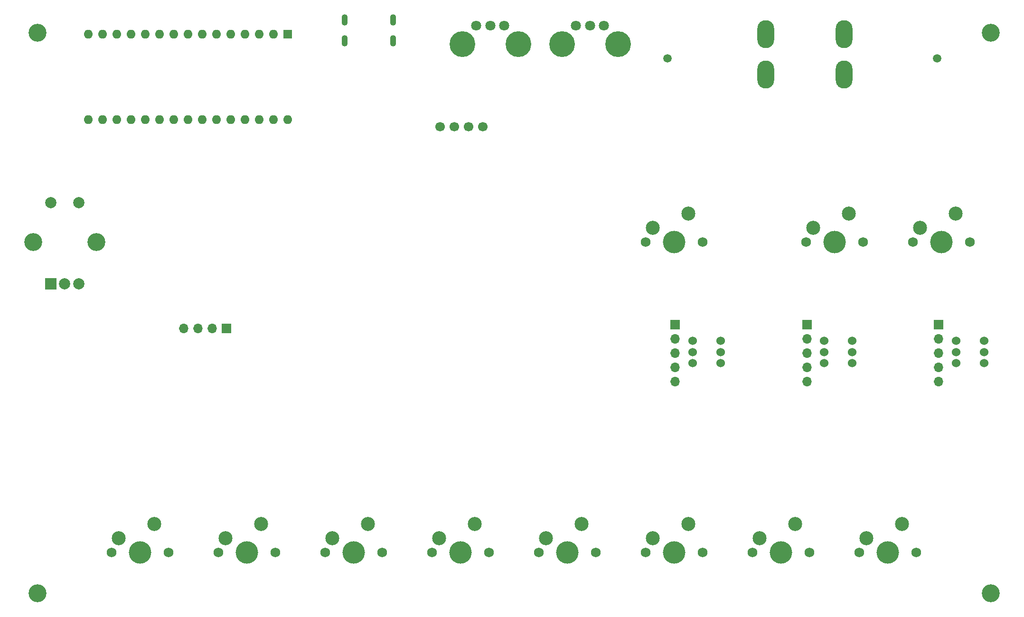
<source format=gbs>
G04 #@! TF.GenerationSoftware,KiCad,Pcbnew,(6.0.1)*
G04 #@! TF.CreationDate,2023-03-29T13:18:54+07:00*
G04 #@! TF.ProjectId,ISD1700 sampler_main board,49534431-3730-4302-9073-616d706c6572,rev?*
G04 #@! TF.SameCoordinates,Original*
G04 #@! TF.FileFunction,Soldermask,Bot*
G04 #@! TF.FilePolarity,Negative*
%FSLAX46Y46*%
G04 Gerber Fmt 4.6, Leading zero omitted, Abs format (unit mm)*
G04 Created by KiCad (PCBNEW (6.0.1)) date 2023-03-29 13:18:54*
%MOMM*%
%LPD*%
G01*
G04 APERTURE LIST*
%ADD10C,4.000000*%
%ADD11C,1.750000*%
%ADD12C,2.500000*%
%ADD13C,1.500000*%
%ADD14C,1.700000*%
%ADD15C,1.524000*%
%ADD16R,1.600000X1.600000*%
%ADD17O,1.600000X1.600000*%
%ADD18C,3.200000*%
%ADD19R,1.700000X1.700000*%
%ADD20O,1.700000X1.700000*%
%ADD21C,4.600000*%
%ADD22C,1.800000*%
%ADD23R,2.000000X2.000000*%
%ADD24C,2.000000*%
%ADD25O,3.000000X5.000000*%
%ADD26O,1.100000X2.000000*%
G04 APERTURE END LIST*
D10*
G04 #@! TO.C,SW5*
X122258000Y-131850000D03*
D11*
X127338000Y-131850000D03*
X117178000Y-131850000D03*
D12*
X118448000Y-129310000D03*
X124798000Y-126770000D03*
G04 #@! TD*
D13*
G04 #@! TO.C,J9*
X140096000Y-43680000D03*
G04 #@! TD*
D14*
G04 #@! TO.C,U3*
X99568000Y-55890000D03*
X102108000Y-55890000D03*
X104648000Y-55890000D03*
X107188000Y-55890000D03*
G04 #@! TD*
D11*
G04 #@! TO.C,SW3*
X89238000Y-131850000D03*
X79078000Y-131850000D03*
D10*
X84158000Y-131850000D03*
D12*
X80348000Y-129310000D03*
X86698000Y-126770000D03*
G04 #@! TD*
D15*
G04 #@! TO.C,SW14*
X144567000Y-94070000D03*
X144567000Y-96070000D03*
X144567000Y-98070000D03*
X149567000Y-94070000D03*
X149567000Y-96070000D03*
X149567000Y-98070000D03*
G04 #@! TD*
D11*
G04 #@! TO.C,SW8*
X174328000Y-131850000D03*
D10*
X179408000Y-131850000D03*
D11*
X184488000Y-131850000D03*
D12*
X175598000Y-129310000D03*
X181948000Y-126770000D03*
G04 #@! TD*
D10*
G04 #@! TO.C,SW1*
X46058000Y-131850000D03*
D11*
X51138000Y-131850000D03*
X40978000Y-131850000D03*
D12*
X42248000Y-129310000D03*
X48598000Y-126770000D03*
G04 #@! TD*
D10*
G04 #@! TO.C,SW4*
X103208000Y-131850000D03*
D11*
X98128000Y-131850000D03*
X108288000Y-131850000D03*
D12*
X99398000Y-129310000D03*
X105748000Y-126770000D03*
G04 #@! TD*
D15*
G04 #@! TO.C,SW13*
X168062000Y-94070000D03*
X168062000Y-96070000D03*
X168062000Y-98070000D03*
X173062000Y-94070000D03*
X173062000Y-96070000D03*
X173062000Y-98070000D03*
G04 #@! TD*
D16*
G04 #@! TO.C,U4*
X72390000Y-39355000D03*
D17*
X69850000Y-39355000D03*
X67310000Y-39355000D03*
X64770000Y-39355000D03*
X62230000Y-39355000D03*
X59690000Y-39355000D03*
X57150000Y-39355000D03*
X54610000Y-39355000D03*
X52070000Y-39355000D03*
X49530000Y-39355000D03*
X46990000Y-39355000D03*
X44450000Y-39355000D03*
X41910000Y-39355000D03*
X39370000Y-39355000D03*
X36830000Y-39355000D03*
X36830000Y-54595000D03*
X39370000Y-54595000D03*
X41910000Y-54595000D03*
X44450000Y-54595000D03*
X46990000Y-54595000D03*
X49530000Y-54595000D03*
X52070000Y-54595000D03*
X54610000Y-54595000D03*
X57150000Y-54595000D03*
X59690000Y-54595000D03*
X62230000Y-54595000D03*
X64770000Y-54595000D03*
X67310000Y-54595000D03*
X69850000Y-54595000D03*
X72390000Y-54595000D03*
G04 #@! TD*
D18*
G04 #@! TO.C,H1*
X27733000Y-39130000D03*
G04 #@! TD*
D19*
G04 #@! TO.C,J2*
X141487500Y-91170000D03*
D20*
X141487500Y-93710000D03*
X141487500Y-96250000D03*
X141487500Y-98790000D03*
X141487500Y-101330000D03*
G04 #@! TD*
D18*
G04 #@! TO.C,H2*
X197733000Y-39130000D03*
G04 #@! TD*
D19*
G04 #@! TO.C,J8*
X61468000Y-91860000D03*
D20*
X58928000Y-91860000D03*
X56388000Y-91860000D03*
X53848000Y-91860000D03*
G04 #@! TD*
D21*
G04 #@! TO.C,RV1*
X121293000Y-41200000D03*
X131293000Y-41200000D03*
D22*
X128793000Y-37900000D03*
X126293000Y-37900000D03*
X123793000Y-37900000D03*
G04 #@! TD*
D23*
G04 #@! TO.C,SW15*
X30119000Y-83929000D03*
D24*
X35119000Y-83929000D03*
X32619000Y-83929000D03*
D18*
X38219000Y-76429000D03*
X27019000Y-76429000D03*
D24*
X35119000Y-69429000D03*
X30119000Y-69429000D03*
G04 #@! TD*
D10*
G04 #@! TO.C,SW7*
X160358000Y-131850000D03*
D11*
X165438000Y-131850000D03*
X155278000Y-131850000D03*
D12*
X156548000Y-129310000D03*
X162898000Y-126770000D03*
G04 #@! TD*
D11*
G04 #@! TO.C,SW9*
X136228000Y-76495000D03*
D10*
X141308000Y-76495000D03*
D11*
X146388000Y-76495000D03*
D12*
X137498000Y-73955000D03*
X143848000Y-71415000D03*
G04 #@! TD*
D13*
G04 #@! TO.C,J4*
X188185000Y-43680000D03*
G04 #@! TD*
D19*
G04 #@! TO.C,J1*
X188477500Y-91170000D03*
D20*
X188477500Y-93710000D03*
X188477500Y-96250000D03*
X188477500Y-98790000D03*
X188477500Y-101330000D03*
G04 #@! TD*
D10*
G04 #@! TO.C,SW10*
X169883000Y-76495000D03*
D11*
X174963000Y-76495000D03*
X164803000Y-76495000D03*
D12*
X166073000Y-73955000D03*
X172423000Y-71415000D03*
G04 #@! TD*
D25*
G04 #@! TO.C,J5*
X171625000Y-46615000D03*
X171625000Y-39365000D03*
X157625000Y-46615000D03*
X157625000Y-39365000D03*
G04 #@! TD*
D21*
G04 #@! TO.C,RV2*
X113513000Y-41200000D03*
X103513000Y-41200000D03*
D22*
X111013000Y-37900000D03*
X108513000Y-37900000D03*
X106013000Y-37900000D03*
G04 #@! TD*
D26*
G04 #@! TO.C,J3*
X82568000Y-36860000D03*
X82568000Y-40560000D03*
X91208000Y-40560000D03*
X91208000Y-36860000D03*
G04 #@! TD*
D19*
G04 #@! TO.C,J6*
X164982500Y-91170000D03*
D20*
X164982500Y-93710000D03*
X164982500Y-96250000D03*
X164982500Y-98790000D03*
X164982500Y-101330000D03*
G04 #@! TD*
D10*
G04 #@! TO.C,SW6*
X141308000Y-131850000D03*
D11*
X146388000Y-131850000D03*
X136228000Y-131850000D03*
D12*
X137498000Y-129310000D03*
X143848000Y-126770000D03*
G04 #@! TD*
D11*
G04 #@! TO.C,SW11*
X183853000Y-76495000D03*
X194013000Y-76495000D03*
D10*
X188933000Y-76495000D03*
D12*
X185123000Y-73955000D03*
X191473000Y-71415000D03*
G04 #@! TD*
D15*
G04 #@! TO.C,SW12*
X191557000Y-94070000D03*
X191557000Y-96070000D03*
X191557000Y-98070000D03*
X196557000Y-94070000D03*
X196557000Y-96070000D03*
X196557000Y-98070000D03*
G04 #@! TD*
D18*
G04 #@! TO.C,H3*
X27733000Y-139130000D03*
G04 #@! TD*
G04 #@! TO.C,H4*
X197733000Y-139130000D03*
G04 #@! TD*
D11*
G04 #@! TO.C,SW2*
X60028000Y-131850000D03*
D10*
X65108000Y-131850000D03*
D11*
X70188000Y-131850000D03*
D12*
X61298000Y-129310000D03*
X67648000Y-126770000D03*
G04 #@! TD*
M02*

</source>
